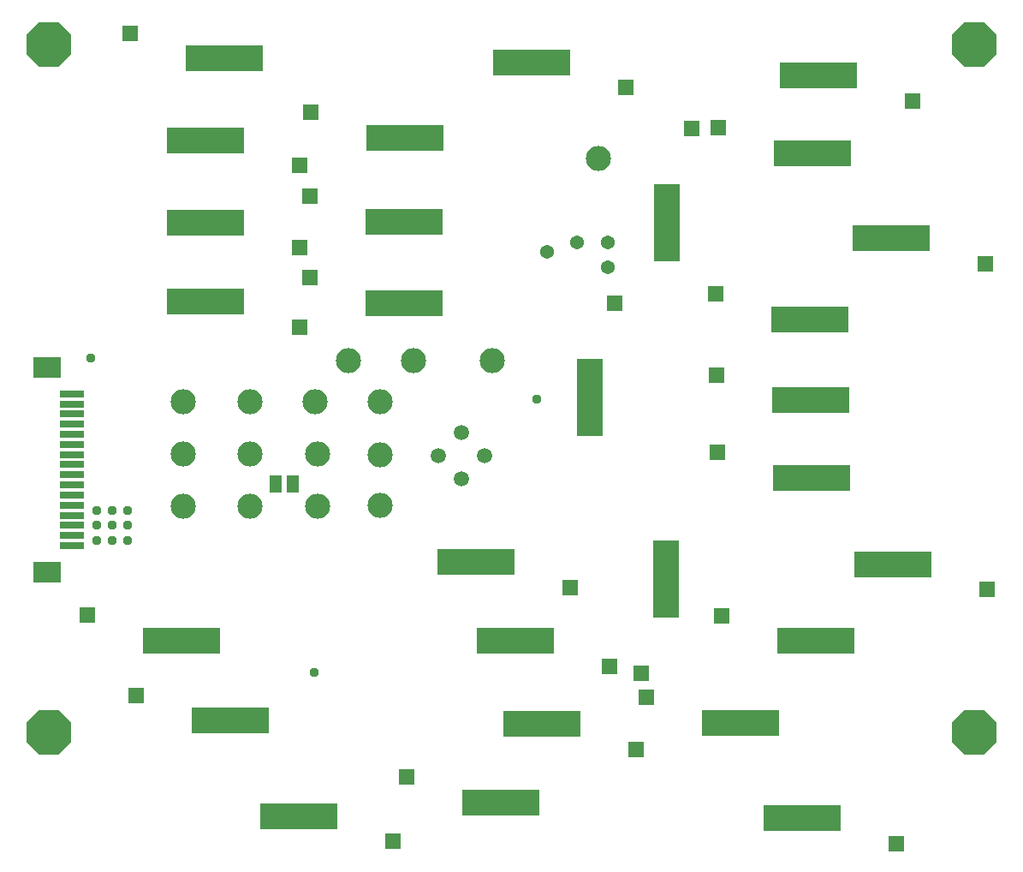
<source format=gts>
G75*
%MOIN*%
%OFA0B0*%
%FSLAX25Y25*%
%IPPOS*%
%LPD*%
%AMOC8*
5,1,8,0,0,1.08239X$1,22.5*
%
%ADD10C,0.05950*%
%ADD11R,0.04737X0.06509*%
%ADD12C,0.09800*%
%ADD13R,0.30328X0.10052*%
%ADD14R,0.05950X0.05950*%
%ADD15R,0.10052X0.30328*%
%ADD16R,0.09461X0.03162*%
%ADD17R,0.11036X0.07887*%
%ADD18OC8,0.17635*%
%ADD19C,0.03778*%
%ADD20C,0.05392*%
D10*
X0251951Y0272244D03*
X0260982Y0281271D03*
X0251951Y0290299D03*
X0242919Y0281271D03*
D11*
X0186099Y0270096D03*
X0179642Y0270096D03*
D12*
X0169635Y0261564D03*
X0169635Y0281839D03*
X0169635Y0302115D03*
X0143454Y0302115D03*
X0143454Y0281839D03*
X0143454Y0261564D03*
X0195959Y0261615D03*
X0195816Y0281839D03*
X0195028Y0302115D03*
X0208020Y0318257D03*
X0220225Y0302115D03*
X0233291Y0318257D03*
X0263926Y0318257D03*
X0220225Y0281643D03*
X0220225Y0261957D03*
X0305265Y0396997D03*
D13*
X0279359Y0434241D03*
X0229989Y0405028D03*
X0229595Y0372351D03*
X0229564Y0340580D03*
X0152225Y0341209D03*
X0152194Y0372036D03*
X0152194Y0403965D03*
X0159485Y0435855D03*
X0257706Y0239753D03*
X0273060Y0209044D03*
X0283328Y0176800D03*
X0267359Y0146249D03*
X0188446Y0140894D03*
X0161847Y0178139D03*
X0142981Y0209359D03*
X0360595Y0177351D03*
X0389800Y0209162D03*
X0419942Y0239005D03*
X0388225Y0272548D03*
X0387831Y0302784D03*
X0387438Y0334359D03*
X0419225Y0365776D03*
X0388548Y0398926D03*
X0390776Y0429123D03*
X0384580Y0140107D03*
D14*
X0421233Y0130265D03*
X0353146Y0219005D03*
X0321761Y0196454D03*
X0323942Y0187194D03*
X0309713Y0199202D03*
X0319981Y0166957D03*
X0294359Y0229910D03*
X0351572Y0282391D03*
X0351178Y0312627D03*
X0350784Y0344202D03*
X0311721Y0340422D03*
X0341682Y0408564D03*
X0351894Y0408769D03*
X0316013Y0424398D03*
X0427430Y0419280D03*
X0455879Y0355934D03*
X0456595Y0229162D03*
X0230706Y0156091D03*
X0225099Y0131052D03*
X0125194Y0187981D03*
X0106328Y0219202D03*
X0188879Y0331367D03*
X0192910Y0350422D03*
X0188847Y0362194D03*
X0192942Y0382194D03*
X0188847Y0394123D03*
X0193335Y0414871D03*
X0122831Y0445698D03*
D15*
X0301879Y0303769D03*
X0331839Y0371910D03*
X0331603Y0233107D03*
D16*
X0100146Y0246209D03*
X0100146Y0250146D03*
X0100146Y0254083D03*
X0100146Y0258020D03*
X0100146Y0261957D03*
X0100146Y0265894D03*
X0100146Y0269831D03*
X0100146Y0273769D03*
X0100146Y0277706D03*
X0100146Y0281643D03*
X0100146Y0285580D03*
X0100146Y0289517D03*
X0100146Y0293454D03*
X0100146Y0297391D03*
X0100146Y0301328D03*
X0100146Y0305265D03*
D17*
X0090698Y0315501D03*
X0090698Y0235973D03*
D18*
X0091288Y0173375D03*
X0091288Y0441091D03*
X0451524Y0441091D03*
X0451524Y0173375D03*
D19*
X0281249Y0303296D03*
X0194635Y0196997D03*
X0121800Y0248178D03*
X0121800Y0254083D03*
X0115894Y0254083D03*
X0109989Y0254083D03*
X0109989Y0248178D03*
X0115894Y0248178D03*
X0115894Y0259989D03*
X0109989Y0259989D03*
X0121800Y0259989D03*
X0107627Y0319044D03*
D20*
X0285186Y0360383D03*
X0296997Y0364320D03*
X0308808Y0364320D03*
X0308808Y0354477D03*
M02*

</source>
